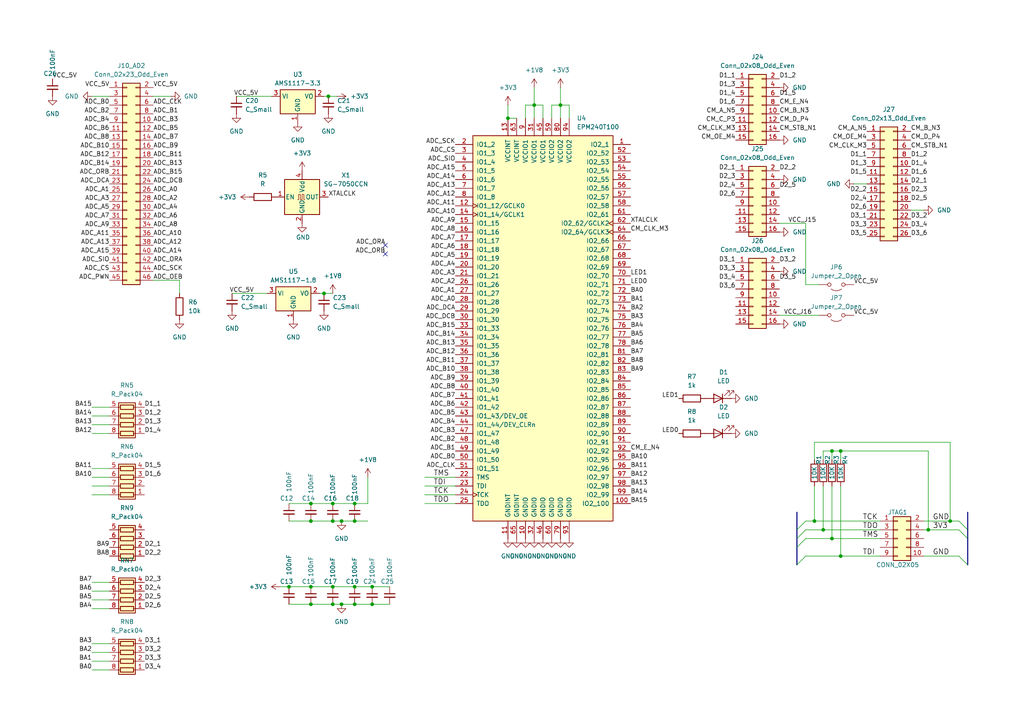
<source format=kicad_sch>
(kicad_sch (version 20231120) (generator "eeschema") (generator_version "8.0")
  (paper "A4")
  (junction (at 269.24 153.67))
  (junction (at 275.59 151.13))
  (junction (at 93.98 85.09))
  (junction (at 107.95 175.26))
  (junction (at 96.52 146.05))
  (junction (at 238.76 153.67))
  (junction (at 99.06 151.13))
  (junction (at 96.52 151.13))
  (junction (at 90.17 146.05))
  (junction (at 154.94 30.48))
  (junction (at 102.87 175.26))
  (junction (at 241.3 130.81))
  (junction (at 95.25 27.94))
  (junction (at 147.32 34.29))
  (junction (at 236.22 151.13))
  (junction (at 96.52 170.18))
  (junction (at 102.87 146.05))
  (junction (at 102.87 151.13))
  (junction (at 90.17 175.26))
  (junction (at 243.84 130.81))
  (junction (at 107.95 170.18))
  (junction (at 96.52 175.26))
  (junction (at 90.17 170.18))
  (junction (at 243.84 161.29))
  (junction (at 102.87 170.18))
  (junction (at 90.17 151.13))
  (junction (at 162.56 30.48))
  (junction (at 99.06 175.26))
  (junction (at 83.82 170.18))
  (junction (at 241.3 156.21))
  (no_connect (at 111.76 73.66))
  (no_connect (at 111.76 71.12))
  (bus_entry (at 231.14 163.83) (size 2.54 -2.54))
  (bus_entry (at 231.14 153.67) (size 2.54 -2.54))
  (bus_entry (at 278.13 161.29) (size 2.54 2.54))
  (bus_entry (at 231.14 156.21) (size 2.54 -2.54))
  (bus_entry (at 231.14 158.75) (size 2.54 -2.54))
  (bus_entry (at 278.13 151.13) (size 2.54 2.54))
  (bus_entry (at 278.13 153.67) (size 2.54 2.54))
  (bus (pts (xy 231.14 158.75) (xy 231.14 163.83)))
  (wire (pts (xy 123.19 140.97) (xy 132.08 140.97)))
  (wire (pts (xy 154.94 30.48) (xy 152.4 30.48)))
  (wire (pts (xy 102.87 170.18) (xy 107.95 170.18)))
  (wire (pts (xy 147.32 34.29) (xy 149.86 34.29)))
  (wire (pts (xy 93.98 27.94) (xy 95.25 27.94)))
  (wire (pts (xy 31.75 118.11) (xy 26.67 118.11)))
  (wire (pts (xy 31.75 138.43) (xy 26.67 138.43)))
  (wire (pts (xy 96.52 170.18) (xy 102.87 170.18)))
  (wire (pts (xy 269.24 130.81) (xy 269.24 153.67)))
  (wire (pts (xy 162.56 30.48) (xy 162.56 34.29)))
  (wire (pts (xy 275.59 151.13) (xy 278.13 151.13)))
  (wire (pts (xy 99.06 175.26) (xy 102.87 175.26)))
  (wire (pts (xy 93.98 85.09) (xy 96.52 85.09)))
  (wire (pts (xy 269.24 153.67) (xy 278.13 153.67)))
  (bus (pts (xy 280.67 153.67) (xy 280.67 156.21)))
  (wire (pts (xy 152.4 34.29) (xy 152.4 30.48)))
  (wire (pts (xy 157.48 30.48) (xy 154.94 30.48)))
  (wire (pts (xy 123.19 143.51) (xy 132.08 143.51)))
  (wire (pts (xy 67.31 85.09) (xy 77.47 85.09)))
  (wire (pts (xy 31.75 135.89) (xy 26.67 135.89)))
  (wire (pts (xy 160.02 34.29) (xy 160.02 30.48)))
  (wire (pts (xy 247.65 53.34) (xy 251.46 53.34)))
  (wire (pts (xy 233.68 151.13) (xy 236.22 151.13)))
  (wire (pts (xy 233.68 82.55) (xy 237.49 82.55)))
  (wire (pts (xy 102.87 175.26) (xy 107.95 175.26)))
  (wire (pts (xy 154.94 34.29) (xy 154.94 30.48)))
  (wire (pts (xy 165.1 30.48) (xy 165.1 34.29)))
  (wire (pts (xy 31.75 143.51) (xy 26.67 143.51)))
  (wire (pts (xy 90.17 151.13) (xy 96.52 151.13)))
  (wire (pts (xy 31.75 176.53) (xy 26.67 176.53)))
  (wire (pts (xy 160.02 30.48) (xy 162.56 30.48)))
  (wire (pts (xy 31.75 194.31) (xy 26.67 194.31)))
  (wire (pts (xy 264.16 60.96) (xy 267.97 60.96)))
  (wire (pts (xy 26.67 27.94) (xy 31.75 27.94)))
  (wire (pts (xy 154.94 25.4) (xy 154.94 30.48)))
  (wire (pts (xy 44.45 81.28) (xy 52.07 81.28)))
  (wire (pts (xy 243.84 161.29) (xy 255.27 161.29)))
  (wire (pts (xy 233.68 156.21) (xy 241.3 156.21)))
  (wire (pts (xy 238.76 133.35) (xy 238.76 130.81)))
  (wire (pts (xy 147.32 30.48) (xy 147.32 34.29)))
  (wire (pts (xy 90.17 170.18) (xy 96.52 170.18)))
  (wire (pts (xy 275.59 151.13) (xy 275.59 128.27)))
  (wire (pts (xy 90.17 175.26) (xy 96.52 175.26)))
  (wire (pts (xy 267.97 153.67) (xy 269.24 153.67)))
  (wire (pts (xy 83.82 146.05) (xy 90.17 146.05)))
  (wire (pts (xy 243.84 161.29) (xy 243.84 140.97)))
  (wire (pts (xy 31.75 189.23) (xy 26.67 189.23)))
  (wire (pts (xy 31.75 168.91) (xy 26.67 168.91)))
  (wire (pts (xy 95.25 27.94) (xy 97.79 27.94)))
  (bus (pts (xy 231.14 156.21) (xy 231.14 158.75)))
  (bus (pts (xy 280.67 156.21) (xy 280.67 163.83)))
  (wire (pts (xy 226.06 91.44) (xy 237.49 91.44)))
  (wire (pts (xy 96.52 175.26) (xy 99.06 175.26)))
  (wire (pts (xy 31.75 186.69) (xy 26.67 186.69)))
  (wire (pts (xy 107.95 175.26) (xy 113.03 175.26)))
  (wire (pts (xy 83.82 170.18) (xy 90.17 170.18)))
  (wire (pts (xy 31.75 140.97) (xy 26.67 140.97)))
  (wire (pts (xy 233.68 153.67) (xy 238.76 153.67)))
  (wire (pts (xy 241.3 156.21) (xy 241.3 140.97)))
  (wire (pts (xy 31.75 120.65) (xy 26.67 120.65)))
  (wire (pts (xy 96.52 151.13) (xy 99.06 151.13)))
  (bus (pts (xy 280.67 148.59) (xy 280.67 153.67)))
  (wire (pts (xy 238.76 130.81) (xy 241.3 130.81)))
  (wire (pts (xy 157.48 34.29) (xy 157.48 30.48)))
  (wire (pts (xy 81.28 170.18) (xy 83.82 170.18)))
  (wire (pts (xy 31.75 125.73) (xy 26.67 125.73)))
  (wire (pts (xy 243.84 130.81) (xy 269.24 130.81)))
  (wire (pts (xy 123.19 138.43) (xy 132.08 138.43)))
  (wire (pts (xy 162.56 25.4) (xy 162.56 30.48)))
  (wire (pts (xy 238.76 153.67) (xy 255.27 153.67)))
  (wire (pts (xy 162.56 30.48) (xy 165.1 30.48)))
  (wire (pts (xy 233.68 161.29) (xy 243.84 161.29)))
  (wire (pts (xy 92.71 85.09) (xy 93.98 85.09)))
  (wire (pts (xy 241.3 133.35) (xy 241.3 130.81)))
  (wire (pts (xy 99.06 151.13) (xy 102.87 151.13)))
  (wire (pts (xy 90.17 146.05) (xy 96.52 146.05)))
  (wire (pts (xy 233.68 64.77) (xy 233.68 82.55)))
  (wire (pts (xy 102.87 146.05) (xy 106.68 146.05)))
  (wire (pts (xy 241.3 156.21) (xy 255.27 156.21)))
  (wire (pts (xy 123.19 146.05) (xy 132.08 146.05)))
  (wire (pts (xy 83.82 175.26) (xy 90.17 175.26)))
  (wire (pts (xy 236.22 151.13) (xy 236.22 140.97)))
  (wire (pts (xy 236.22 151.13) (xy 255.27 151.13)))
  (wire (pts (xy 31.75 173.99) (xy 26.67 173.99)))
  (wire (pts (xy 31.75 171.45) (xy 26.67 171.45)))
  (bus (pts (xy 231.14 153.67) (xy 231.14 156.21)))
  (wire (pts (xy 44.45 27.94) (xy 49.53 27.94)))
  (wire (pts (xy 267.97 161.29) (xy 278.13 161.29)))
  (wire (pts (xy 243.84 130.81) (xy 243.84 133.35)))
  (wire (pts (xy 83.82 151.13) (xy 90.17 151.13)))
  (wire (pts (xy 106.68 138.43) (xy 106.68 146.05)))
  (wire (pts (xy 102.87 151.13) (xy 106.68 151.13)))
  (wire (pts (xy 96.52 146.05) (xy 102.87 146.05)))
  (wire (pts (xy 238.76 153.67) (xy 238.76 140.97)))
  (wire (pts (xy 31.75 191.77) (xy 26.67 191.77)))
  (wire (pts (xy 31.75 123.19) (xy 26.67 123.19)))
  (wire (pts (xy 68.58 27.94) (xy 78.74 27.94)))
  (wire (pts (xy 241.3 130.81) (xy 243.84 130.81)))
  (wire (pts (xy 267.97 151.13) (xy 275.59 151.13)))
  (wire (pts (xy 226.06 64.77) (xy 233.68 64.77)))
  (wire (pts (xy 275.59 128.27) (xy 236.22 128.27)))
  (wire (pts (xy 52.07 81.28) (xy 52.07 85.09)))
  (bus (pts (xy 231.14 148.59) (xy 231.14 153.67)))
  (wire (pts (xy 107.95 170.18) (xy 113.03 170.18)))
  (wire (pts (xy 236.22 128.27) (xy 236.22 133.35)))
  (label "D3_2" (at 264.16 63.5 0))
  (label "D2_4" (at 213.36 54.61 180))
  (label "BA3" (at 26.67 186.69 180))
  (label "TCK" (at 250.19 151.13 0) (effects (font (size 1.524 1.524))))
  (label "D2_5" (at 41.91 173.99 0))
  (label "ADC_B5" (at 44.45 38.1 0))
  (label "BA2" (at 182.88 90.17 0))
  (label "ADC_B2" (at 31.75 33.02 180))
  (label "ADC_B6" (at 132.08 118.11 180))
  (label "BA6" (at 26.67 171.45 180))
  (label "ADC_A5" (at 31.75 60.96 180))
  (label "VCC_5V" (at 15.24 22.86 0))
  (label "ADC_B3" (at 44.45 35.56 0))
  (label "ADC_B10" (at 31.75 43.18 180))
  (label "CM_A_N5" (at 213.36 33.02 180))
  (label "TMS" (at 125.73 138.43 0) (effects (font (size 1.524 1.524))))
  (label "ADC_A9" (at 132.08 64.77 180))
  (label "ADC_A13" (at 31.75 71.12 180))
  (label "BA11" (at 26.67 135.89 180))
  (label "ADC_OEB" (at 44.45 81.28 0))
  (label "LED1" (at 196.85 115.57 180))
  (label "GND" (at 270.51 161.29 0) (effects (font (size 1.524 1.524))))
  (label "CM_CLK_M3" (at 213.36 38.1 180))
  (label "CM_OE_M4" (at 251.46 40.64 180))
  (label "D2_1" (at 264.16 53.34 0))
  (label "ADC_B2" (at 132.08 128.27 180))
  (label "ADC_B13" (at 44.45 48.26 0))
  (label "D3_4" (at 41.91 194.31 0))
  (label "D1_3" (at 251.46 48.26 180))
  (label "D3_4" (at 264.16 66.04 0))
  (label "ADC_B12" (at 31.75 45.72 180))
  (label "VCC_5V" (at 247.65 82.55 0))
  (label "ADC_B15" (at 132.08 95.25 180))
  (label "ADC_B3" (at 132.08 125.73 180))
  (label "D1_4" (at 213.36 27.94 180))
  (label "XTALCLK" (at 95.25 57.15 0))
  (label "BA0" (at 26.67 194.31 180))
  (label "CM_A_N5" (at 251.46 38.1 180))
  (label "BA5" (at 182.88 97.79 0))
  (label "ADC_A14" (at 132.08 52.07 180))
  (label "D3_3" (at 213.36 78.74 180))
  (label "D2_3" (at 213.36 52.07 180))
  (label "D1_2" (at 264.16 45.72 0))
  (label "ADC_B4" (at 31.75 35.56 180))
  (label "ADC_SCK" (at 44.45 78.74 0))
  (label "BA13" (at 182.88 140.97 0))
  (label "D3_1" (at 251.46 63.5 180))
  (label "ADC_CS" (at 31.75 78.74 180))
  (label "ADC_B12" (at 132.08 102.87 180))
  (label "BA9" (at 31.75 158.75 180))
  (label "ADC_A10" (at 44.45 68.58 0))
  (label "ADC_A8" (at 132.08 67.31 180))
  (label "D2_6" (at 251.46 60.96 180))
  (label "D3_2" (at 41.91 189.23 0))
  (label "ADC_B15" (at 44.45 50.8 0))
  (label "ADC_A0" (at 132.08 87.63 180))
  (label "D2_2" (at 41.91 161.29 0))
  (label "ADC_ORB" (at 111.76 73.66 180))
  (label "ADC_B1" (at 132.08 130.81 180))
  (label "BA8" (at 182.88 105.41 0))
  (label "ADC_A6" (at 44.45 63.5 0))
  (label "ADC_B0" (at 31.75 30.48 180))
  (label "CM_CLK_M3" (at 182.88 67.31 0))
  (label "BA0" (at 182.88 85.09 0))
  (label "TDO" (at 250.19 153.67 0) (effects (font (size 1.524 1.524))))
  (label "ADC_B11" (at 132.08 105.41 180))
  (label "D2_5" (at 264.16 58.42 0))
  (label "ADC_A15" (at 132.08 49.53 180))
  (label "ADC_A4" (at 44.45 60.96 0))
  (label "VCC_5V" (at 31.75 25.4 180))
  (label "ADC_B0" (at 132.08 133.35 180))
  (label "BA9" (at 182.88 107.95 0))
  (label "ADC_B7" (at 132.08 115.57 180))
  (label "D3_3" (at 41.91 191.77 0))
  (label "D2_2" (at 251.46 55.88 180))
  (label "CM_STB_N1" (at 264.16 43.18 0))
  (label "BA1" (at 26.67 191.77 180))
  (label "D1_1" (at 213.36 22.86 180))
  (label "TDI" (at 250.19 161.29 0) (effects (font (size 1.524 1.524))))
  (label "VCC_J15" (at 228.6 64.77 0))
  (label "ADC_A12" (at 44.45 71.12 0))
  (label "D3_4" (at 213.36 81.28 180))
  (label "BA12" (at 26.67 125.73 180))
  (label "ADC_B14" (at 132.08 97.79 180))
  (label "CM_CLK_M3" (at 251.46 43.18 180))
  (label "D2_6" (at 213.36 57.15 180))
  (label "ADC_B11" (at 44.45 45.72 0))
  (label "D1_6" (at 264.16 50.8 0))
  (label "TDI" (at 125.73 140.97 0) (effects (font (size 1.524 1.524))))
  (label "D1_3" (at 41.91 123.19 0))
  (label "ADC_B8" (at 132.08 113.03 180))
  (label "D2_4" (at 41.91 171.45 0))
  (label "BA15" (at 26.67 118.11 180))
  (label "CM_E_N4" (at 226.06 30.48 0))
  (label "ADC_B4" (at 132.08 123.19 180))
  (label "CM_D_P4" (at 264.16 40.64 0))
  (label "D3_2" (at 226.06 76.2 0))
  (label "D2_1" (at 41.91 158.75 0))
  (label "ADC_SIO" (at 132.08 46.99 180))
  (label "ADC_CLK" (at 132.08 135.89 180))
  (label "D3_5" (at 226.06 81.28 0))
  (label "BA8" (at 31.75 161.29 180))
  (label "BA15" (at 182.88 146.05 0))
  (label "ADC_A8" (at 44.45 66.04 0))
  (label "ADC_A0" (at 44.45 55.88 0))
  (label "ADC_DCA" (at 132.08 90.17 180))
  (label "BA11" (at 182.88 135.89 0))
  (label "TMS" (at 250.19 156.21 0) (effects (font (size 1.524 1.524))))
  (label "CM_E_N4" (at 182.88 130.81 0))
  (label "D1_4" (at 264.16 48.26 0))
  (label "D1_5" (at 226.06 27.94 0))
  (label "ADC_A2" (at 44.45 58.42 0))
  (label "ADC_ORA" (at 111.76 71.12 180))
  (label "CM_STB_N1" (at 226.06 38.1 0))
  (label "CM_C_P3" (at 213.36 35.56 180))
  (label "D2_3" (at 41.91 168.91 0))
  (label "XTALCLK" (at 182.88 64.77 0))
  (label "D3_1" (at 41.91 186.69 0))
  (label "ADC_ORB" (at 31.75 50.8 180))
  (label "D1_6" (at 41.91 138.43 0))
  (label "ADC_B7" (at 44.45 40.64 0))
  (label "CM_D_P4" (at 226.06 35.56 0))
  (label "ADC_A13" (at 132.08 54.61 180))
  (label "ADC_PWN" (at 31.75 81.28 180))
  (label "ADC_A3" (at 31.75 58.42 180))
  (label "VCC_5V" (at 73.66 85.09 180))
  (label "D1_6" (at 213.36 30.48 180))
  (label "BA14" (at 182.88 143.51 0))
  (label "CM_OE_M4" (at 213.36 40.64 180))
  (label "ADC_A14" (at 44.45 73.66 0))
  (label "D1_3" (at 213.36 25.4 180))
  (label "ADC_A3" (at 132.08 80.01 180))
  (label "BA13" (at 26.67 123.19 180))
  (label "ADC_SIO" (at 31.75 76.2 180))
  (label "ADC_B1" (at 44.45 33.02 0))
  (label "ADC_A6" (at 132.08 72.39 180))
  (label "ADC_DCB" (at 44.45 53.34 0))
  (label "D2_5" (at 226.06 54.61 0))
  (label "ADC_B13" (at 132.08 100.33 180))
  (label "ADC_CS" (at 132.08 44.45 180))
  (label "ADC_A15" (at 31.75 73.66 180))
  (label "D1_5" (at 41.91 135.89 0))
  (label "BA14" (at 26.67 120.65 180))
  (label "D1_2" (at 41.91 120.65 0))
  (label "ADC_A7" (at 132.08 69.85 180))
  (label "ADC_A7" (at 31.75 63.5 180))
  (label "ADC_A4" (at 132.08 77.47 180))
  (label "BA12" (at 182.88 138.43 0))
  (label "ADC_A1" (at 31.75 55.88 180))
  (label "LED0" (at 196.85 125.73 180))
  (label "D1_4" (at 41.91 125.73 0))
  (label "D2_3" (at 264.16 55.88 0))
  (label "BA10" (at 182.88 133.35 0))
  (label "ADC_B9" (at 132.08 110.49 180))
  (label "ADC_A11" (at 132.08 59.69 180))
  (label "LED1" (at 182.88 80.01 0))
  (label "D3_6" (at 213.36 83.82 180))
  (label "GND" (at 270.51 151.13 0) (effects (font (size 1.524 1.524))))
  (label "D3_5" (at 251.46 68.58 180))
  (label "D1_1" (at 41.91 118.11 0))
  (label "BA1" (at 182.88 87.63 0))
  (label "BA4" (at 26.67 176.53 180))
  (label "BA10" (at 26.67 138.43 180))
  (label "ADC_CLK" (at 44.45 30.48 0))
  (label "VCC_5V" (at 44.45 25.4 0))
  (label "D3_1" (at 213.36 76.2 180))
  (label "ADC_A5" (at 132.08 74.93 180))
  (label "D1_5" (at 251.46 50.8 180))
  (label "BA3" (at 182.88 92.71 0))
  (label "ADC_A1" (at 132.08 85.09 180))
  (label "D2_4" (at 251.46 58.42 180))
  (label "ADC_A9" (at 31.75 66.04 180))
  (label "D3_6" (at 264.16 68.58 0))
  (label "D2_2" (at 226.06 49.53 0))
  (label "ADC_B8" (at 31.75 40.64 180))
  (label "ADC_A10" (at 132.08 62.23 180))
  (label "BA4" (at 182.88 95.25 0))
  (label "BA6" (at 182.88 100.33 0))
  (label "BA7" (at 26.67 168.91 180))
  (label "CM_B_N3" (at 226.06 33.02 0))
  (label "CM_B_N3" (at 264.16 38.1 0))
  (label "VCC_5V" (at 74.93 27.94 180))
  (label "D3_3" (at 251.46 66.04 180))
  (label "ADC_A12" (at 132.08 57.15 180))
  (label "D2_1" (at 213.36 49.53 180))
  (label "ADC_ORA" (at 44.45 76.2 0))
  (label "ADC_A11" (at 31.75 68.58 180))
  (label "LED0" (at 182.88 82.55 0))
  (label "ADC_A2" (at 132.08 82.55 180))
  (label "ADC_B9" (at 44.45 43.18 0))
  (label "TCK" (at 125.73 143.51 0) (effects (font (size 1.524 1.524))))
  (label "ADC_B6" (at 31.75 38.1 180))
  (label "ADC_DCA" (at 31.75 53.34 180))
  (label "D2_6" (at 41.91 176.53 0))
  (label "ADC_DCB" (at 132.08 92.71 180))
  (label "VCC_J16" (at 227.33 91.44 0))
  (label "ADC_B5" (at 132.08 120.65 180))
  (label "D1_1" (at 251.46 45.72 180))
  (label "ADC_B10" (at 132.08 107.95 180))
  (label "TDO" (at 125.73 146.05 0) (effects (font (size 1.524 1.524))))
  (label "VCC_5V" (at 247.65 91.44 0))
  (label "ADC_SCK" (at 132.08 41.91 180))
  (label "ADC_B14" (at 31.75 48.26 180))
  (label "BA5" (at 26.67 173.99 180))
  (label "BA2" (at 26.67 189.23 180))
  (label "D1_2" (at 226.06 22.86 0))
  (label "BA7" (at 182.88 102.87 0))
  (label "3V3" (at 270.51 153.67 0) (effects (font (size 1.524 1.524))))
  (symbol (lib_id "Device:LED") (at 208.28 115.57 180) (unit 1)
    (property "Reference" "D1" (at 209.8675 107.95 0))
    (property "Value" "LED" (at 209.8675 110.49 0))
    (property "Footprint" "LED_SMD:LED_0805_2012Metric" (effects (hide yes)))
    (property "Description" "Light emitting diode" (effects (hide yes)))
  )
  (symbol (lib_id "Device:C_Small") (at 96.52 172.72 0) (unit 1)
    (property "Reference" "C17" (at 97.79 168.656 0) (effects (justify right)))
    (property "Value" "100nF" (at 96.52 161.544 90) (effects (justify right)))
    (property "Footprint" "Capacitor_SMD:C_0805_2012Metric" (effects (hide yes)))
    (property "Description" "Unpolarized capacitor, small symbol" (effects (hide yes)))
  )
  (symbol (lib_id "power:GND") (at 99.06 151.13 0) (unit 1)
    (property "Reference" "#PWR070" (effects (hide yes)))
    (property "Value" "GND" (at 99.06 156.21 0))
    (property "Description" "Power symbol creates a global label with name \"GND\" , ground" (effects (hide yes)))
  )
  (symbol (lib_id "Device:C_Small") (at 113.03 172.72 0) (unit 1)
    (property "Reference" "C25" (at 114.3 168.656 0) (effects (justify right)))
    (property "Value" "100nF" (at 113.03 161.544 90) (effects (justify right)))
    (property "Footprint" "Capacitor_SMD:C_0805_2012Metric" (effects (hide yes)))
    (property "Description" "Unpolarized capacitor, small symbol" (effects (hide yes)))
  )
  (symbol (lib_id "Jumper:Jumper_2_Open") (at 242.57 82.55 180) (unit 1) (exclude_from_sim yes)
    (property "Reference" "JP6" (at 242.57 77.47 0))
    (property "Value" "Jumper_2_Open" (at 242.57 80.01 0))
    (property "Footprint" "Jumper:SolderJumper-3_P1.3mm_Open_Pad1.0x1.5mm" (effects (hide yes)))
    (property "Description" "Jumper, 2-pole, open" (effects (hide yes)))
  )
  (symbol (lib_id "Regulator_Linear:AMS1117-3.3") (at 85.09 85.09 0) (unit 1)
    (property "Reference" "U5" (at 85.09 78.74 0))
    (property "Value" "AMS1117-1.8" (at 85.09 81.28 0))
    (property "Footprint" "Package_TO_SOT_SMD:SOT-223-3_TabPin2" (effects (hide yes)))
    (property "Datasheet" "http://www.advanced-monolithic.com/pdf/ds1117.pdf" (effects (hide yes)))
    (property "Description" "1A Low Dropout regulator, positive, 1.8V fixed output, SOT-223" (effects (hide yes)))
  )
  (symbol (lib_id "power:GND") (at 154.94 156.21 0) (unit 1)
    (property "Reference" "#PWR057" (effects (hide yes)))
    (property "Value" "GND" (at 154.94 161.29 0))
    (property "Description" "Power symbol creates a global label with name \"GND\" , ground" (effects (hide yes)))
  )
  (symbol (lib_id "power:GND") (at 85.09 92.71 0) (unit 1)
    (property "Reference" "#PWR085" (effects (hide yes)))
    (property "Value" "GND" (at 85.09 97.79 0))
    (property "Description" "Power symbol creates a global label with name \"GND\" , ground" (effects (hide yes)))
  )
  (symbol (lib_id "Connector_Generic:Conn_02x13_Odd_Even") (at 256.54 53.34 0) (unit 1)
    (property "Reference" "J27" (at 257.81 31.75 0))
    (property "Value" "Conn_02x13_Odd_Even" (at 257.81 34.29 0))
    (property "Footprint" "Connector_PinHeader_2.54mm:PinHeader_2x13_P2.54mm_Vertical" (effects (hide yes)))
    (property "Description" "Generic connector, double row, 02x13, odd/even pin numbering scheme (row 1 odd numbers, row 2 even numbers), script generated (kicad-library-utils/schlib/autogen/connector/)" (effects (hide yes)))
  )
  (symbol (lib_id "power:+3V3") (at 81.28 170.18 90) (unit 1)
    (property "Reference" "#PWR069" (effects (hide yes)))
    (property "Value" "+3V3" (at 77.47 170.1799 90) (effects (justify left)))
    (property "Description" "Power symbol creates a global label with name \"+3V3\"" (effects (hide yes)))
  )
  (symbol (lib_id "power:+3V3") (at 162.56 25.4 0) (unit 1)
    (property "Reference" "#PWR064" (effects (hide yes)))
    (property "Value" "+3V3" (at 162.56 20.32 0))
    (property "Description" "Power symbol creates a global label with name \"+3V3\"" (effects (hide yes)))
  )
  (symbol (lib_id "power:GND") (at 212.09 125.73 90) (unit 1)
    (property "Reference" "#PWR068" (effects (hide yes)))
    (property "Value" "GND" (at 215.9 125.7299 90) (effects (justify right)))
    (property "Description" "Power symbol creates a global label with name \"GND\" , ground" (effects (hide yes)))
  )
  (symbol (lib_id "power:GND") (at 86.36 35.56 0) (unit 1)
    (property "Reference" "#PWR045" (effects (hide yes)))
    (property "Value" "GND" (at 86.36 40.64 0))
    (property "Description" "Power symbol creates a global label with name \"GND\" , ground" (effects (hide yes)))
  )
  (symbol (lib_id "power:GND") (at 247.65 53.34 270) (unit 1)
    (property "Reference" "#PWR080" (effects (hide yes)))
    (property "Value" "GND" (at 243.84 53.3399 90) (effects (justify right)))
    (property "Description" "Power symbol creates a global label with name \"GND\" , ground" (effects (hide yes)))
  )
  (symbol (lib_id "Device:C_Small") (at 83.82 172.72 0) (unit 1)
    (property "Reference" "C13" (at 85.09 168.656 0) (effects (justify right)))
    (property "Value" "100nF" (at 83.82 160.782 90) (effects (justify right)))
    (property "Footprint" "Capacitor_SMD:C_0805_2012Metric" (effects (hide yes)))
    (property "Description" "Unpolarized capacitor, small symbol" (effects (hide yes)))
  )
  (symbol (lib_id "Device:R") (at 200.66 115.57 90) (unit 1)
    (property "Reference" "R7" (at 200.66 109.22 90))
    (property "Value" "1k" (at 200.66 111.76 90))
    (property "Footprint" "Resistor_SMD:R_0805_2012Metric" (effects (hide yes)))
    (property "Description" "Resistor" (effects (hide yes)))
  )
  (symbol (lib_id "Device:R_Pack04") (at 36.83 171.45 90) (unit 1)
    (property "Reference" "RN7" (at 36.83 162.56 90))
    (property "Value" "R_Pack04" (at 36.83 165.1 90))
    (property "Footprint" "Resistor_SMD:R_Array_Convex_4x0603" (effects (hide yes)))
    (property "Description" "4 resistor network, parallel topology" (effects (hide yes)))
  )
  (symbol (lib_id "power:GND") (at 226.06 67.31 90) (unit 1)
    (property "Reference" "#PWR077" (effects (hide yes)))
    (property "Value" "GND" (at 229.87 67.3099 90) (effects (justify right)))
    (property "Description" "Power symbol creates a global label with name \"GND\" , ground" (effects (hide yes)))
  )
  (symbol (lib_id "Device:R") (at 236.22 137.16 0) (unit 1)
    (property "Reference" "R1" (at 237.49 133.35 90))
    (property "Value" "10K" (at 236.22 137.16 90))
    (property "Footprint" "Resistor_SMD:R_0603_1608Metric_Pad0.98x0.95mm_HandSolder" (effects (hide yes)))
    (property "Description" "Resistor" (effects (hide yes)))
  )
  (symbol (lib_id "Device:R_Pack04") (at 36.83 156.21 90) (unit 1)
    (property "Reference" "RN9" (at 36.83 147.32 90))
    (property "Value" "R_Pack04" (at 36.83 149.86 90))
    (property "Footprint" "Resistor_SMD:R_Array_Convex_4x0603" (effects (hide yes)))
    (property "Description" "4 resistor network, parallel topology" (effects (hide yes)))
  )
  (symbol (lib_id "power:+3V3") (at 97.79 27.94 270) (unit 1)
    (property "Reference" "#PWR046" (effects (hide yes)))
    (property "Value" "+3V3" (at 101.6 27.9399 90) (effects (justify left)))
    (property "Description" "Power symbol creates a global label with name \"+3V3\"" (effects (hide yes)))
  )
  (symbol (lib_id "Device:C_Small") (at 96.52 148.59 0) (unit 1)
    (property "Reference" "C16" (at 97.79 144.526 0) (effects (justify right)))
    (property "Value" "100nF" (at 96.52 137.414 90) (effects (justify right)))
    (property "Footprint" "Capacitor_SMD:C_0805_2012Metric" (effects (hide yes)))
    (property "Description" "Unpolarized capacitor, small symbol" (effects (hide yes)))
  )
  (symbol (lib_id "power:GND") (at 49.53 27.94 90) (unit 1)
    (property "Reference" "#PWR067" (effects (hide yes)))
    (property "Value" "GND" (at 53.34 27.9399 90) (effects (justify right)))
    (property "Description" "Power symbol creates a global label with name \"GND\" , ground" (effects (hide yes)))
  )
  (symbol (lib_id "power:GND") (at 68.58 33.02 0) (unit 1)
    (property "Reference" "#PWR082" (effects (hide yes)))
    (property "Value" "GND" (at 68.58 38.1 0))
    (property "Description" "Power symbol creates a global label with name \"GND\" , ground" (effects (hide yes)))
  )
  (symbol (lib_id "power:GND") (at 147.32 156.21 0) (unit 1)
    (property "Reference" "#PWR051" (effects (hide yes)))
    (property "Value" "GND" (at 147.32 161.29 0))
    (property "Description" "Power symbol creates a global label with name \"GND\" , ground" (effects (hide yes)))
  )
  (symbol (lib_id "CPLD_Altera:EPM240T100") (at 157.48 95.25 0) (unit 1)
    (property "Reference" "U4" (at 167.2941 34.29 0) (effects (justify left)))
    (property "Value" "EPM240T100" (at 167.2941 36.83 0) (effects (justify left)))
    (property "Footprint" "Package_QFP:LQFP-100_14x14mm_P0.5mm" (effects (hide yes)))
    (property "Datasheet" "https://www.altera.com/content/dam/altera-www/global/en_US/pdfs/literature/hb/max2/max2_mii5v1.pdf" (effects (hide yes)))
    (property "Description" "Altera MAX2 CPLD with 240 LE" (effects (hide yes)))
  )
  (symbol (lib_id "Device:C_Small") (at 90.17 148.59 0) (unit 1)
    (property "Reference" "C14" (at 91.44 144.526 0) (effects (justify right)))
    (property "Value" "100nF" (at 90.17 137.16 90) (effects (justify right)))
    (property "Footprint" "Capacitor_SMD:C_0805_2012Metric" (effects (hide yes)))
    (property "Description" "Unpolarized capacitor, small symbol" (effects (hide yes)))
  )
  (symbol (lib_id "Device:C_Small") (at 107.95 172.72 0) (unit 1)
    (property "Reference" "C24" (at 109.22 168.656 0) (effects (justify right)))
    (property "Value" "100nF" (at 107.95 161.544 90) (effects (justify right)))
    (property "Footprint" "Capacitor_SMD:C_0805_2012Metric" (effects (hide yes)))
    (property "Description" "Unpolarized capacitor, small symbol" (effects (hide yes)))
  )
  (symbol (lib_id "power:GND") (at 226.06 93.98 90) (unit 1)
    (property "Reference" "#PWR079" (effects (hide yes)))
    (property "Value" "GND" (at 229.87 93.9799 90) (effects (justify right)))
    (property "Description" "Power symbol creates a global label with name \"GND\" , ground" (effects (hide yes)))
  )
  (symbol (lib_id "power:GND") (at 226.06 78.74 90) (unit 1)
    (property "Reference" "#PWR078" (effects (hide yes)))
    (property "Value" "GND" (at 229.87 78.7399 90) (effects (justify right)))
    (property "Description" "Power symbol creates a global label with name \"GND\" , ground" (effects (hide yes)))
  )
  (symbol (lib_id "power:+3V3") (at 147.32 30.48 0) (unit 1)
    (property "Reference" "#PWR060" (effects (hide yes)))
    (property "Value" "+3V3" (at 147.32 25.4 0))
    (property "Description" "Power symbol creates a global label with name \"+3V3\"" (effects (hide yes)))
  )
  (symbol (lib_id "power:+1V8") (at 154.94 25.4 0) (unit 1)
    (property "Reference" "#PWR052" (effects (hide yes)))
    (property "Value" "+1V8" (at 154.94 20.32 0))
    (property "Description" "Power symbol creates a global label with name \"+1V8\"" (effects (hide yes)))
  )
  (symbol (lib_id "Device:C_Small") (at 95.25 30.48 0) (unit 1)
    (property "Reference" "C21" (at 97.79 29.2162 0) (effects (justify left)))
    (property "Value" "C_Small" (at 97.79 31.7562 0) (effects (justify left)))
    (property "Footprint" "Capacitor_SMD:C_0805_2012Metric" (effects (hide yes)))
    (property "Description" "Unpolarized capacitor, small symbol" (effects (hide yes)))
  )
  (symbol (lib_id "Device:R") (at 200.66 125.73 90) (unit 1)
    (property "Reference" "R8" (at 200.66 119.38 90))
    (property "Value" "1k" (at 200.66 121.92 90))
    (property "Footprint" "Resistor_SMD:R_0805_2012Metric" (effects (hide yes)))
    (property "Description" "Resistor" (effects (hide yes)))
  )
  (symbol (lib_id "Jumper:Jumper_2_Open") (at 242.57 91.44 180) (unit 1) (exclude_from_sim yes)
    (property "Reference" "JP7" (at 242.57 86.36 0))
    (property "Value" "Jumper_2_Open" (at 242.57 88.9 0))
    (property "Footprint" "Jumper:SolderJumper-3_P1.3mm_Open_Pad1.0x1.5mm" (effects (hide yes)))
    (property "Description" "Jumper, 2-pole, open" (effects (hide yes)))
  )
  (symbol (lib_id "Device:C_Small") (at 15.24 25.4 0) (unit 1)
    (property "Reference" "C26" (at 16.51 21.336 0) (effects (justify right)))
    (property "Value" "100nF" (at 15.24 14.224 90) (effects (justify right)))
    (property "Footprint" "Capacitor_SMD:C_0805_2012Metric" (effects (hide yes)))
    (property "Description" "Unpolarized capacitor, small symbol" (effects (hide yes)))
  )
  (symbol (lib_id "power:GND") (at 87.63 64.77 0) (unit 1)
    (property "Reference" "#PWR049" (effects (hide yes)))
    (property "Value" "GND" (at 87.884 68.834 0))
    (property "Description" "Power symbol creates a global label with name \"GND\" , ground" (effects (hide yes)))
  )
  (symbol (lib_id "Connector_Generic:Conn_02x05_Odd_Even") (at 260.35 156.21 0) (unit 1)
    (property "Reference" "JTAG1" (at 260.35 148.59 0))
    (property "Value" "CONN_02X05" (at 260.35 163.83 0))
    (property "Footprint" "Connector_PinHeader_2.54mm:PinHeader_2x05_P2.54mm_Vertical" (effects (hide yes)))
    (property "Description" "Generic connector, double row, 02x05, odd/even pin numbering scheme (row 1 odd numbers, row 2 even numbers), script generated (kicad-library-utils/schlib/autogen/connector/)" (effects (hide yes)))
  )
  (symbol (lib_id "Connector_Generic:Conn_02x08_Odd_Even") (at 218.44 30.48 0) (unit 1)
    (property "Reference" "J24" (at 219.71 16.51 0))
    (property "Value" "Conn_02x08_Odd_Even" (at 219.71 19.05 0))
    (property "Footprint" "Connector_PinSocket_2.54mm:PinSocket_2x08_P2.54mm_Vertical" (effects (hide yes)))
    (property "Description" "Generic connector, double row, 02x08, odd/even pin numbering scheme (row 1 odd numbers, row 2 even numbers), script generated (kicad-library-utils/schlib/autogen/connector/)" (effects (hide yes)))
  )
  (symbol (lib_id "Device:C_Small") (at 102.87 172.72 0) (unit 1)
    (property "Reference" "C19" (at 104.14 168.656 0) (effects (justify right)))
    (property "Value" "100nF" (at 102.87 161.544 90) (effects (justify right)))
    (property "Footprint" "Capacitor_SMD:C_0805_2012Metric" (effects (hide yes)))
    (property "Description" "Unpolarized capacitor, small symbol" (effects (hide yes)))
  )
  (symbol (lib_id "Connector_Generic:Conn_02x08_Odd_Even") (at 218.44 83.82 0) (unit 1)
    (property "Reference" "J26" (at 219.71 69.85 0))
    (property "Value" "Conn_02x08_Odd_Even" (at 219.71 72.39 0))
    (property "Footprint" "Connector_PinSocket_2.54mm:PinSocket_2x08_P2.54mm_Vertical" (effects (hide yes)))
    (property "Description" "Generic connector, double row, 02x08, odd/even pin numbering scheme (row 1 odd numbers, row 2 even numbers), script generated (kicad-library-utils/schlib/autogen/connector/)" (effects (hide yes)))
  )
  (symbol (lib_id "power:+3V3") (at 87.63 49.53 0) (unit 1)
    (property "Reference" "#PWR048" (effects (hide yes)))
    (property "Value" "+3V3" (at 87.63 44.45 0))
    (property "Description" "Power symbol creates a global label with name \"+3V3\"" (effects (hide yes)))
  )
  (symbol (lib_id "power:+1V8") (at 106.68 138.43 0) (unit 1)
    (property "Reference" "#PWR056" (effects (hide yes)))
    (property "Value" "+1V8" (at 106.68 133.35 0))
    (property "Description" "Power symbol creates a global label with name \"+1V8\"" (effects (hide yes)))
  )
  (symbol (lib_id "power:GND") (at 26.67 27.94 270) (unit 1)
    (property "Reference" "#PWR066" (effects (hide yes)))
    (property "Value" "GND" (at 22.86 27.9399 90) (effects (justify right)))
    (property "Description" "Power symbol creates a global label with name \"GND\" , ground" (effects (hide yes)))
  )
  (symbol (lib_id "power:GND") (at 267.97 60.96 90) (unit 1)
    (property "Reference" "#PWR081" (effects (hide yes)))
    (property "Value" "GND" (at 271.78 60.9599 90) (effects (justify right)))
    (property "Description" "Power symbol creates a global label with name \"GND\" , ground" (effects (hide yes)))
  )
  (symbol (lib_id "power:GND") (at 149.86 156.21 0) (unit 1)
    (property "Reference" "#PWR053" (effects (hide yes)))
    (property "Value" "GND" (at 149.86 161.29 0))
    (property "Description" "Power symbol creates a global label with name \"GND\" , ground" (effects (hide yes)))
  )
  (symbol (lib_id "power:GND") (at 95.25 33.02 0) (unit 1)
    (property "Reference" "#PWR083" (effects (hide yes)))
    (property "Value" "GND" (at 95.25 38.1 0))
    (property "Description" "Power symbol creates a global label with name \"GND\" , ground" (effects (hide yes)))
  )
  (symbol (lib_id "power:GND") (at 99.06 175.26 0) (unit 1)
    (property "Reference" "#PWR071" (effects (hide yes)))
    (property "Value" "GND" (at 99.06 180.34 0))
    (property "Description" "Power symbol creates a global label with name \"GND\" , ground" (effects (hide yes)))
  )
  (symbol (lib_id "power:GND") (at 165.1 156.21 0) (unit 1)
    (property "Reference" "#PWR065" (effects (hide yes)))
    (property "Value" "GND" (at 165.1 161.29 0))
    (property "Description" "Power symbol creates a global label with name \"GND\" , ground" (effects (hide yes)))
  )
  (symbol (lib_id "power:GND") (at 67.31 90.17 0) (unit 1)
    (property "Reference" "#PWR084" (effects (hide yes)))
    (property "Value" "GND" (at 67.31 95.25 0))
    (property "Description" "Power symbol creates a global label with name \"GND\" , ground" (effects (hide yes)))
  )
  (symbol (lib_id "power:GND") (at 212.09 115.57 90) (unit 1)
    (property "Reference" "#PWR062" (effects (hide yes)))
    (property "Value" "GND" (at 215.9 115.5699 90) (effects (justify right)))
    (property "Description" "Power symbol creates a global label with name \"GND\" , ground" (effects (hide yes)))
  )
  (symbol (lib_id "Device:R") (at 238.76 137.16 0) (unit 1)
    (property "Reference" "R2" (at 240.03 133.35 90))
    (property "Value" "10K" (at 238.76 137.16 90))
    (property "Footprint" "Resistor_SMD:R_0603_1608Metric_Pad0.98x0.95mm_HandSolder" (effects (hide yes)))
    (property "Description" "Resistor" (effects (hide yes)))
  )
  (symbol (lib_id "Device:LED") (at 208.28 125.73 180) (unit 1)
    (property "Reference" "D2" (at 209.8675 118.11 0))
    (property "Value" "LED" (at 209.8675 120.65 0))
    (property "Footprint" "LED_SMD:LED_0805_2012Metric" (effects (hide yes)))
    (property "Description" "Light emitting diode" (effects (hide yes)))
  )
  (symbol (lib_id "power:GND") (at 93.98 90.17 0) (unit 1)
    (property "Reference" "#PWR086" (effects (hide yes)))
    (property "Value" "GND" (at 93.98 95.25 0))
    (property "Description" "Power symbol creates a global label with name \"GND\" , ground" (effects (hide yes)))
  )
  (symbol (lib_id "power:GND") (at 226.06 40.64 90) (unit 1)
    (property "Reference" "#PWR075" (effects (hide yes)))
    (property "Value" "GND" (at 229.87 40.6399 90) (effects (justify right)))
    (property "Description" "Power symbol creates a global label with name \"GND\" , ground" (effects (hide yes)))
  )
  (symbol (lib_id "Device:R_Pack04") (at 36.83 120.65 90) (unit 1)
    (property "Reference" "RN5" (at 36.83 111.76 90))
    (property "Value" "R_Pack04" (at 36.83 114.3 90))
    (property "Footprint" "Resistor_SMD:R_Array_Convex_4x0603" (effects (hide yes)))
    (property "Description" "4 resistor network, parallel topology" (effects (hide yes)))
  )
  (symbol (lib_id "power:+3V3") (at 72.39 57.15 90) (unit 1)
    (property "Reference" "#PWR047" (effects (hide yes)))
    (property "Value" "+3V3" (at 68.58 57.1499 90) (effects (justify left)))
    (property "Description" "Power symbol creates a global label with name \"+3V3\"" (effects (hide yes)))
  )
  (symbol (lib_id "Device:C_Small") (at 90.17 172.72 0) (unit 1)
    (property "Reference" "C15" (at 91.44 168.656 0) (effects (justify right)))
    (property "Value" "100nF" (at 90.17 161.29 90) (effects (justify right)))
    (property "Footprint" "Capacitor_SMD:C_0805_2012Metric" (effects (hide yes)))
    (property "Description" "Unpolarized capacitor, small symbol" (effects (hide yes)))
  )
  (symbol (lib_id "power:GND") (at 15.24 27.94 0) (unit 1)
    (property "Reference" "#PWR058" (effects (hide yes)))
    (property "Value" "GND" (at 15.24 33.02 0))
    (property "Description" "Power symbol creates a global label with name \"GND\" , ground" (effects (hide yes)))
  )
  (symbol (lib_id "power:GND") (at 52.07 92.71 0) (unit 1)
    (property "Reference" "#PWR054" (effects (hide yes)))
    (property "Value" "GND" (at 52.07 97.79 0))
    (property "Description" "Power symbol creates a global label with name \"GND\" , ground" (effects (hide yes)))
  )
  (symbol (lib_id "Device:R") (at 243.84 137.16 0) (unit 1)
    (property "Reference" "R4" (at 245.11 133.35 90))
    (property "Value" "10K" (at 243.84 137.16 90))
    (property "Footprint" "Resistor_SMD:R_0603_1608Metric_Pad0.98x0.95mm_HandSolder" (effects (hide yes)))
    (property "Description" "Resistor" (effects (hide yes)))
  )
  (symbol (lib_id "Device:C_Small") (at 68.58 30.48 0) (unit 1)
    (property "Reference" "C20" (at 71.12 29.2162 0) (effects (justify left)))
    (property "Value" "C_Small" (at 71.12 31.7562 0) (effects (justify left)))
    (property "Footprint" "Capacitor_SMD:C_0805_2012Metric" (effects (hide yes)))
    (property "Description" "Unpolarized capacitor, small symbol" (effects (hide yes)))
  )
  (symbol (lib_id "Device:C_Small") (at 102.87 148.59 0) (unit 1)
    (property "Reference" "C18" (at 104.14 144.526 0) (effects (justify right)))
    (property "Value" "100nF" (at 102.87 137.414 90) (effects (justify right)))
    (property "Footprint" "Capacitor_SMD:C_0805_2012Metric" (effects (hide yes)))
    (property "Description" "Unpolarized capacitor, small symbol" (effects (hide yes)))
  )
  (symbol (lib_id "Device:C_Small") (at 83.82 148.59 0) (unit 1)
    (property "Reference" "C12" (at 85.09 144.526 0) (effects (justify right)))
    (property "Value" "100nF" (at 83.82 136.652 90) (effects (justify right)))
    (property "Footprint" "Capacitor_SMD:C_0805_2012Metric" (effects (hide yes)))
    (property "Description" "Unpolarized capacitor, small symbol" (effects (hide yes)))
  )
  (symbol (lib_id "power:+1V8") (at 96.52 85.09 0) (unit 1)
    (property "Reference" "#PWR050" (effects (hide yes)))
    (property "Value" "+1V8" (at 96.52 80.01 0))
    (property "Description" "Power symbol creates a global label with name \"+1V8\"" (effects (hide yes)))
  )
  (symbol (lib_id "Device:R") (at 76.2 57.15 90) (unit 1)
    (property "Reference" "R5" (at 76.2 50.8 90))
    (property "Value" "R" (at 76.2 53.34 90))
    (property "Footprint" "Resistor_SMD:R_0603_1608Metric_Pad0.98x0.95mm_HandSolder" (effects (hide yes)))
    (property "Description" "Resistor" (effects (hide yes)))
  )
  (symbol (lib_id "Device:R") (at 52.07 88.9 0) (unit 1)
    (property "Reference" "R6" (at 54.61 87.6299 0) (effects (justify left)))
    (property "Value" "10k" (at 54.61 90.1699 0) (effects (justify left)))
    (property "Description" "Resistor" (effects (hide yes)))
  )
  (symbol (lib_id "power:GND") (at 226.06 25.4 90) (unit 1)
    (property "Reference" "#PWR074" (effects (hide yes)))
    (property "Value" "GND" (at 229.87 25.3999 90) (effects (justify right)))
    (property "Description" "Power symbol creates a global label with name \"GND\" , ground" (effects (hide yes)))
  )
  (symbol (lib_id "power:GND") (at 162.56 156.21 0) (unit 1)
    (property "Reference" "#PWR063" (effects (hide yes)))
    (property "Value" "GND" (at 162.56 161.29 0))
    (property "Description" "Power symbol creates a global label with name \"GND\" , ground" (effects (hide yes)))
  )
  (symbol (lib_id "Device:C_Small") (at 93.98 87.63 0) (unit 1)
    (property "Reference" "C23" (at 96.52 86.3662 0) (effects (justify left)))
    (property "Value" "C_Small" (at 96.52 88.9062 0) (effects (justify left)))
    (property "Footprint" "Capacitor_SMD:C_0805_2012Metric" (effects (hide yes)))
    (property "Description" "Unpolarized capacitor, small symbol" (effects (hide yes)))
  )
  (symbol (lib_id "Device:R_Pack04") (at 36.83 138.43 90) (unit 1)
    (property "Reference" "RN6" (at 36.83 129.54 90))
    (property "Value" "R_Pack04" (at 36.83 132.08 90))
    (property "Footprint" "Resistor_SMD:R_Array_Convex_4x0603" (effects (hide yes)))
    (property "Description" "4 resistor network, parallel topology" (effects (hide yes)))
  )
  (symbol (lib_id "Connector_Generic:Conn_02x08_Odd_Even") (at 218.44 57.15 0) (unit 1)
    (property "Reference" "J25" (at 219.71 43.18 0))
    (property "Value" "Conn_02x08_Odd_Even" (at 219.71 45.72 0))
    (property "Footprint" "Connector_PinSocket_2.54mm:PinSocket_2x08_P2.54mm_Vertical" (effects (hide yes)))
    (property "Description" "Generic connector, double row, 02x08, odd/even pin numbering scheme (row 1 odd numbers, row 2 even numbers), script generated (kicad-library-utils/schlib/autogen/connector/)" (effects (hide yes)))
  )
  (symbol (lib_id "Oscillator:ASV-xxxMHz") (at 87.63 57.15 0) (unit 1)
    (property "Reference" "X1" (at 100.33 50.8314 0))
    (property "Value" "SG-7050CCN" (at 100.33 53.3714 0))
    (property "Footprint" "Oscillator:Oscillator_SMD_Abracon_ASV-4Pin_7.0x5.1mm" (effects (hide yes)))
    (property "Datasheet" "http://www.abracon.com/Oscillators/ASV.pdf" (effects (hide yes)))
    (property "Description" "3.3V HCMOS SMD Crystal Clock Oscillator, Abracon" (effects (hide yes)))
  )
  (symbol (lib_id "power:GND") (at 152.4 156.21 0) (unit 1)
    (property "Reference" "#PWR055" (effects (hide yes)))
    (property "Value" "GND" (at 152.4 161.29 0))
    (property "Description" "Power symbol creates a global label with name \"GND\" , ground" (effects (hide yes)))
  )
  (symbol (lib_id "Device:C_Small") (at 67.31 87.63 0) (unit 1)
    (property "Reference" "C22" (at 69.85 86.3662 0) (effects (justify left)))
    (property "Value" "C_Small" (at 69.85 88.9062 0) (effects (justify left)))
    (property "Footprint" "Capacitor_SMD:C_0805_2012Metric" (effects (hide yes)))
    (property "Description" "Unpolarized capacitor, small symbol" (effects (hide yes)))
  )
  (symbol (lib_id "Connector_Generic:Conn_02x23_Odd_Even") (at 36.83 53.34 0) (unit 1)
    (property "Reference" "J10_AD2" (at 38.1 19.05 0))
    (property "Value" "Conn_02x23_Odd_Even" (at 38.1 21.59 0))
    (property "Footprint" "Connector_PinSocket_2.54mm:PinSocket_2x23_P2.54mm_Vertical" (effects (hide yes)))
    (property "Description" "Generic connector, double row, 02x23, odd/even pin numbering scheme (row 1 odd numbers, row 2 even numbers), script generated (kicad-library-utils/schlib/autogen/connector/)" (effects (hide yes)))
  )
  (symbol (lib_id "power:GND") (at 160.02 156.21 0) (unit 1)
    (property "Reference" "#PWR061" (effects (hide yes)))
    (property "Value" "GND" (at 160.02 161.29 0))
    (property "Description" "Power symbol creates a global label with name \"GND\" , ground" (effects (hide yes)))
  )
  (symbol (lib_id "power:GND") (at 157.48 156.21 0) (unit 1)
    (property "Reference" "#PWR059" (effects (hide yes)))
    (property "Value" "GND" (at 157.48 161.29 0))
    (property "Description" "Power symbol creates a global label with name \"GND\" , ground" (effects (hide yes)))
  )
  (symbol (lib_id "Device:R") (at 241.3 137.16 0) (unit 1)
    (property "Reference" "R3" (at 242.57 133.35 90))
    (property "Value" "10K" (at 241.3 137.16 90))
    (property "Footprint" "Resistor_SMD:R_0603_1608Metric_Pad0.98x0.95mm_HandSolder" (effects (hide yes)))
    (property "Description" "Resistor" (effects (hide yes)))
  )
  (symbol (lib_id "power:GND") (at 226.06 52.07 90) (unit 1)
    (property "Reference" "#PWR076" (effects (hide yes)))
    (property "Value" "GND" (at 229.87 52.0699 90) (effects (justify right)))
    (property "Description" "Power symbol creates a global label with name \"GND\" , ground" (effects (hide yes)))
  )
  (symbol (lib_id "Regulator_Linear:AMS1117-3.3") (at 86.36 27.94 0) (unit 1)
    (property "Reference" "U3" (at 86.36 21.59 0))
    (property "Value" "AMS1117-3.3" (at 86.36 24.13 0))
    (property "Footprint" "Package_TO_SOT_SMD:SOT-223-3_TabPin2" (effects (hide yes)))
    (property "Datasheet" "http://www.advanced-monolithic.com/pdf/ds1117.pdf" (effects (hide yes)))
    (property "Description" "1A Low Dropout regulator, positive, 3.3V fixed output, SOT-223" (effects (hide yes)))
  )
  (symbol (lib_id "Device:R_Pack04") (at 36.83 189.23 90) (unit 1)
    (property "Reference" "RN8" (at 36.83 180.34 90))
    (property "Value" "R_Pack04" (at 36.83 182.88 90))
    (property "Footprint" "Resistor_SMD:R_Array_Convex_4x0603" (effects (hide yes)))
    (property "Description" "4 resistor network, parallel topology" (effects (hide yes)))
  )
)
</source>
